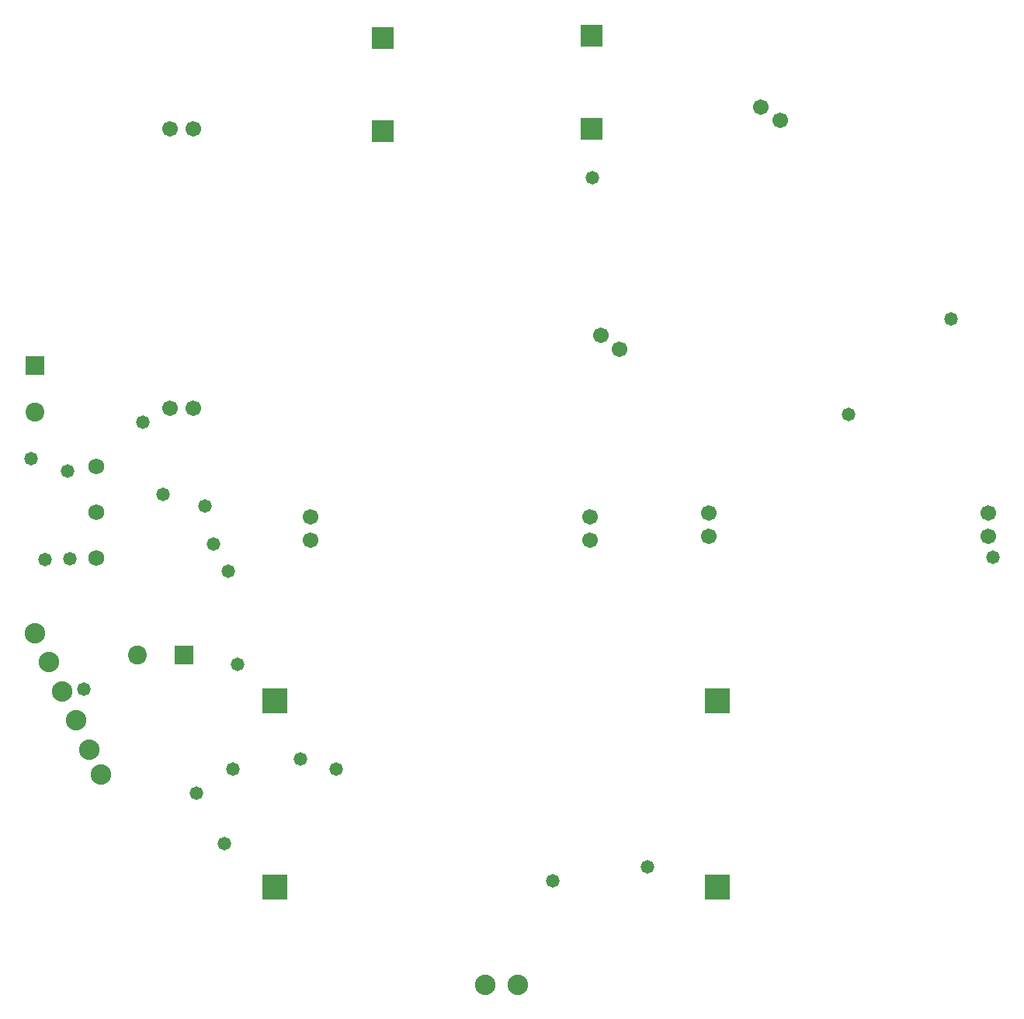
<source format=gbs>
G04 Layer_Color=16711935*
%FSLAX23Y23*%
%MOIN*%
G70*
G01*
G75*
%ADD48C,0.067*%
%ADD49R,0.081X0.081*%
%ADD50C,0.081*%
%ADD51C,0.068*%
%ADD52R,0.098X0.098*%
%ADD53R,0.108X0.108*%
%ADD54C,0.088*%
%ADD55R,0.081X0.081*%
%ADD56C,0.058*%
D48*
X-6535Y-120D02*
D03*
Y-20D02*
D03*
X-5335Y-120D02*
D03*
Y-20D02*
D03*
X-4825Y-105D02*
D03*
Y-5D02*
D03*
X-3625Y-105D02*
D03*
Y-5D02*
D03*
X-4602Y1740D02*
D03*
X-4520Y1683D02*
D03*
X-5290Y757D02*
D03*
X-5208Y700D02*
D03*
X-7040Y445D02*
D03*
X-7140D02*
D03*
X-7040Y1645D02*
D03*
X-7140D02*
D03*
D49*
X-7720Y630D02*
D03*
D50*
Y430D02*
D03*
X-7280Y-615D02*
D03*
D51*
X-7455Y195D02*
D03*
Y-2D02*
D03*
Y-199D02*
D03*
D52*
X-5330Y2045D02*
D03*
Y1645D02*
D03*
X-6225Y2035D02*
D03*
Y1635D02*
D03*
D53*
X-4790Y-810D02*
D03*
Y-1610D02*
D03*
X-6690D02*
D03*
Y-810D02*
D03*
D54*
X-7718Y-521D02*
D03*
X-7660Y-646D02*
D03*
X-7601Y-771D02*
D03*
X-7543Y-895D02*
D03*
X-7485Y-1020D02*
D03*
X-7436Y-1127D02*
D03*
X-5647Y-2030D02*
D03*
X-5785D02*
D03*
D55*
X-7080Y-615D02*
D03*
D56*
X-7675Y-205D02*
D03*
X-7570Y-200D02*
D03*
X-7580Y175D02*
D03*
X-7735Y230D02*
D03*
X-7255Y385D02*
D03*
X-7510Y-760D02*
D03*
X-3605Y-195D02*
D03*
X-6850Y-655D02*
D03*
X-6890Y-255D02*
D03*
X-4225Y420D02*
D03*
X-6905Y-1425D02*
D03*
X-5325Y1435D02*
D03*
X-3785Y830D02*
D03*
X-5090Y-1525D02*
D03*
X-5495Y-1585D02*
D03*
X-6425Y-1105D02*
D03*
X-6580Y-1060D02*
D03*
X-7025Y-1207D02*
D03*
X-6990Y25D02*
D03*
X-7170Y75D02*
D03*
X-6869Y-1105D02*
D03*
X-6951Y-137D02*
D03*
M02*

</source>
